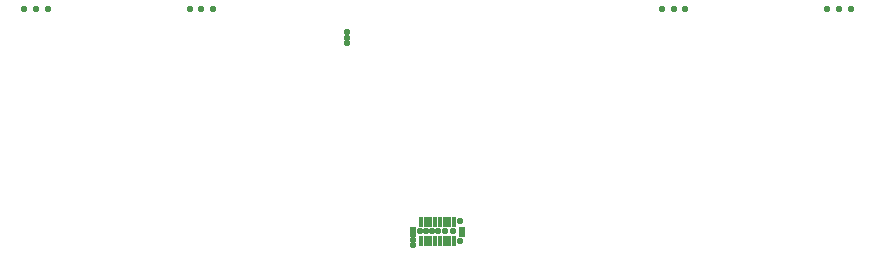
<source format=gbs>
%FSTAX25Y25*%
%MOIN*%
%SFA1B1*%

%IPPOS*%
%ADD17C,0.022000*%
%ADD24R,0.020470X0.033070*%
%ADD25R,0.014570X0.034250*%
%LNgel_flex-1*%
%LPD*%
G54D17*
X0017323Y0053445D03*
X0007874Y005D03*
X0006004Y0050002D03*
X0001772Y0047054D03*
Y0045571D03*
X-0020277Y0114573D03*
Y0116437D03*
Y0112702D03*
X0147589Y01241D03*
X0143701D03*
X0139813D03*
X0092471D03*
X0088583D03*
X0084695D03*
X-0127953D03*
X-0120128D03*
X-0124016D03*
X-0065017D03*
X-0072785D03*
X-0068898D03*
X0009941Y005D03*
X0003937D03*
X0017421Y0046801D03*
X0012205Y005D03*
X0015059D03*
G54D24*
X001811Y0049902D03*
X0001575D03*
G54D25*
X0004331Y0053002D03*
X0005906D03*
X000748D03*
X0009055D03*
X0015354D03*
X001378D03*
X0012205D03*
X001063D03*
Y0046801D03*
X0012205D03*
X001378D03*
X0015354D03*
X0009055D03*
X000748D03*
X0005906D03*
X0004331D03*
M02*
</source>
